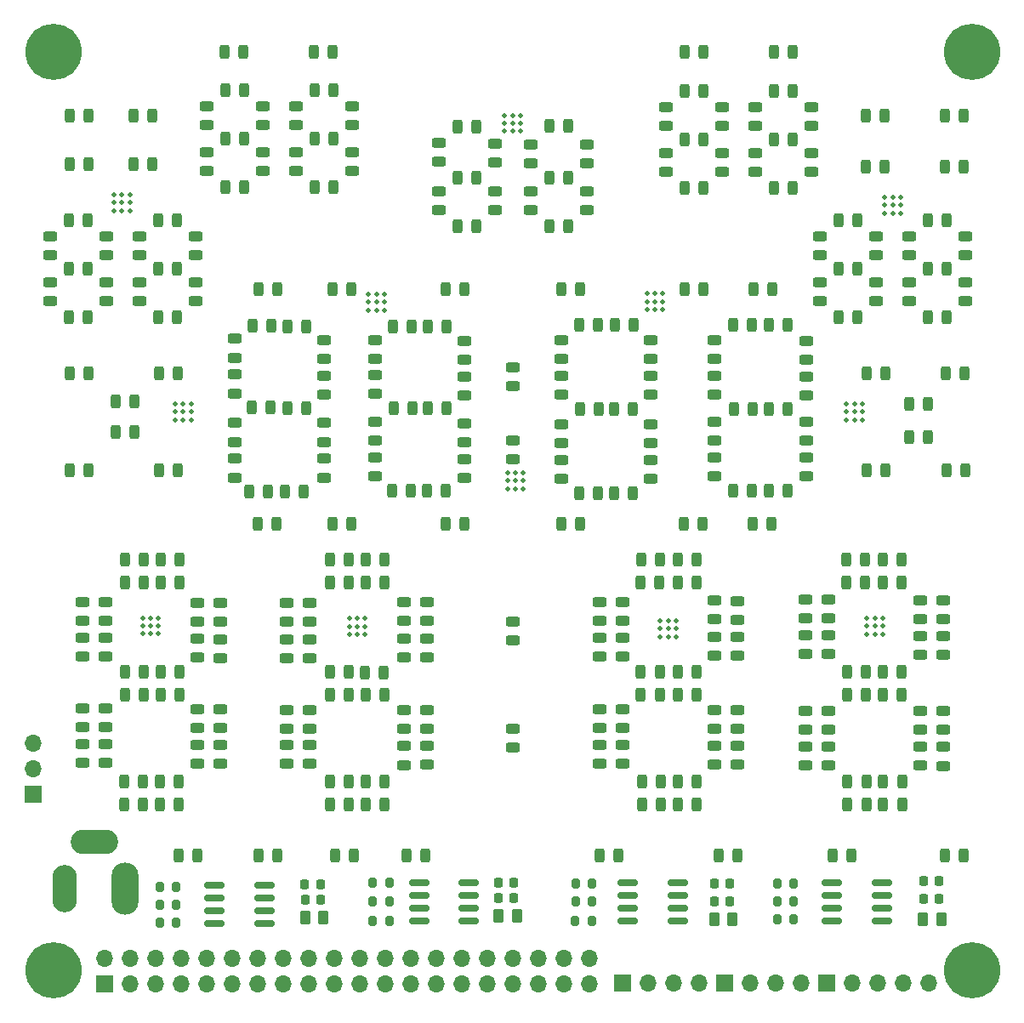
<source format=gts>
G04 #@! TF.GenerationSoftware,KiCad,Pcbnew,8.0.3*
G04 #@! TF.CreationDate,2024-07-11T15:41:43-04:00*
G04 #@! TF.ProjectId,_HW_Mini-Scoreboard,5f48575f-4d69-46e6-992d-53636f726562,v1.0*
G04 #@! TF.SameCoordinates,Original*
G04 #@! TF.FileFunction,Soldermask,Top*
G04 #@! TF.FilePolarity,Negative*
%FSLAX46Y46*%
G04 Gerber Fmt 4.6, Leading zero omitted, Abs format (unit mm)*
G04 Created by KiCad (PCBNEW 8.0.3) date 2024-07-11 15:41:43*
%MOMM*%
%LPD*%
G01*
G04 APERTURE LIST*
G04 Aperture macros list*
%AMRoundRect*
0 Rectangle with rounded corners*
0 $1 Rounding radius*
0 $2 $3 $4 $5 $6 $7 $8 $9 X,Y pos of 4 corners*
0 Add a 4 corners polygon primitive as box body*
4,1,4,$2,$3,$4,$5,$6,$7,$8,$9,$2,$3,0*
0 Add four circle primitives for the rounded corners*
1,1,$1+$1,$2,$3*
1,1,$1+$1,$4,$5*
1,1,$1+$1,$6,$7*
1,1,$1+$1,$8,$9*
0 Add four rect primitives between the rounded corners*
20,1,$1+$1,$2,$3,$4,$5,0*
20,1,$1+$1,$4,$5,$6,$7,0*
20,1,$1+$1,$6,$7,$8,$9,0*
20,1,$1+$1,$8,$9,$2,$3,0*%
G04 Aperture macros list end*
%ADD10RoundRect,0.243750X-0.243750X-0.456250X0.243750X-0.456250X0.243750X0.456250X-0.243750X0.456250X0*%
%ADD11RoundRect,0.243750X-0.456250X0.243750X-0.456250X-0.243750X0.456250X-0.243750X0.456250X0.243750X0*%
%ADD12RoundRect,0.200000X-0.200000X-0.275000X0.200000X-0.275000X0.200000X0.275000X-0.200000X0.275000X0*%
%ADD13RoundRect,0.150000X-0.825000X-0.150000X0.825000X-0.150000X0.825000X0.150000X-0.825000X0.150000X0*%
%ADD14RoundRect,0.250000X0.262500X0.450000X-0.262500X0.450000X-0.262500X-0.450000X0.262500X-0.450000X0*%
%ADD15R,1.700000X1.700000*%
%ADD16O,1.700000X1.700000*%
%ADD17RoundRect,0.225000X-0.225000X-0.250000X0.225000X-0.250000X0.225000X0.250000X-0.225000X0.250000X0*%
%ADD18C,3.600000*%
%ADD19C,5.600000*%
%ADD20C,0.508000*%
%ADD21O,2.704000X5.204000*%
%ADD22O,2.454000X4.704000*%
%ADD23O,4.704000X2.454000*%
G04 APERTURE END LIST*
D10*
X209864000Y-228854000D03*
X211739000Y-228854000D03*
D11*
X148844000Y-193137002D03*
X148844000Y-195012004D03*
D10*
X202516500Y-160098499D03*
X204391500Y-160098499D03*
X183212500Y-191770000D03*
X185087500Y-191770000D03*
D11*
X169164000Y-165275501D03*
X169164000Y-167150503D03*
X190246000Y-196850000D03*
X190246000Y-198725002D03*
D10*
X209864000Y-231140000D03*
X211739000Y-231140000D03*
D11*
X151638000Y-161622499D03*
X151638000Y-163497501D03*
X217073000Y-225376499D03*
X217073000Y-227251501D03*
D10*
X147906500Y-169672000D03*
X149781500Y-169672000D03*
X202516500Y-169750499D03*
X204391500Y-169750499D03*
X158320500Y-209042000D03*
X160195500Y-209042000D03*
D11*
X217073000Y-221820499D03*
X217073000Y-223695501D03*
D10*
X165940500Y-236220000D03*
X167815500Y-236220000D03*
D12*
X182817000Y-240792000D03*
X184467000Y-240792000D03*
D11*
X190246000Y-193294000D03*
X190246000Y-195169002D03*
D12*
X182752000Y-242697000D03*
X184402000Y-242697000D03*
D10*
X171020500Y-173579002D03*
X172895500Y-173579002D03*
X202008500Y-183404000D03*
X203883500Y-183404000D03*
D13*
X188025000Y-238887000D03*
X188025000Y-240157000D03*
X188025000Y-241427000D03*
X188025000Y-242697000D03*
X192975000Y-242697000D03*
X192975000Y-241427000D03*
X192975000Y-240157000D03*
X192975000Y-238887000D03*
D12*
X202883000Y-240792000D03*
X204533000Y-240792000D03*
D10*
X141302500Y-197866000D03*
X143177500Y-197866000D03*
D11*
X154002500Y-225200998D03*
X154002500Y-227076000D03*
D10*
X192943000Y-217932000D03*
X194818000Y-217932000D03*
X150622000Y-183485002D03*
X152497000Y-183485002D03*
D12*
X202883000Y-242570000D03*
X204533000Y-242570000D03*
D10*
X217835000Y-177800000D03*
X219710000Y-177800000D03*
D11*
X133682500Y-210976998D03*
X133682500Y-212852000D03*
D10*
X132334000Y-182626000D03*
X134209000Y-182626000D03*
D11*
X196596000Y-196596000D03*
X196596000Y-198471002D03*
D10*
X180164500Y-173560499D03*
X182039500Y-173560499D03*
D11*
X212676500Y-174576499D03*
X212676500Y-176451501D03*
X196596000Y-184912000D03*
X196596000Y-186787002D03*
X167972500Y-225298000D03*
X167972500Y-227173002D03*
X187452000Y-221644998D03*
X187452000Y-223520000D03*
D10*
X193548000Y-203200000D03*
X195423002Y-203200000D03*
D11*
X178308000Y-165432499D03*
X178308000Y-167307501D03*
X145112500Y-214630000D03*
X145112500Y-216505002D03*
D10*
X181356000Y-203200000D03*
X183231002Y-203200000D03*
X137903500Y-217932000D03*
X139778500Y-217932000D03*
X141459500Y-217932000D03*
X143334500Y-217932000D03*
X132412500Y-197866000D03*
X134287500Y-197866000D03*
D11*
X157734000Y-184912000D03*
X157734000Y-186787002D03*
D10*
X171020500Y-163673002D03*
X172895500Y-163673002D03*
X202516500Y-164924499D03*
X204391500Y-164924499D03*
D11*
X156288500Y-225200998D03*
X156288500Y-227076000D03*
X165686500Y-210976998D03*
X165686500Y-212852000D03*
X171704000Y-196752998D03*
X171704000Y-198628000D03*
D12*
X162600500Y-238887000D03*
X164250500Y-238887000D03*
D11*
X162814000Y-196596000D03*
X162814000Y-198471002D03*
X205740000Y-196596000D03*
X205740000Y-198471002D03*
D10*
X213341500Y-217932000D03*
X215216500Y-217932000D03*
D11*
X154940000Y-166194499D03*
X154940000Y-168069501D03*
X185166000Y-225200998D03*
X185166000Y-227076000D03*
X176530000Y-187608998D03*
X176530000Y-189484000D03*
D10*
X154099500Y-183493002D03*
X155974500Y-183493002D03*
X141459500Y-206756000D03*
X143334500Y-206756000D03*
X141381000Y-231140000D03*
X143256000Y-231140000D03*
X156796500Y-164846000D03*
X158671500Y-164846000D03*
D11*
X196596000Y-221742000D03*
X196596000Y-223617002D03*
X200660000Y-166272998D03*
X200660000Y-168148000D03*
X196596000Y-210820000D03*
X196596000Y-212695002D03*
X198882000Y-221742000D03*
X198882000Y-223617002D03*
X156288500Y-221742000D03*
X156288500Y-223617002D03*
D10*
X189290000Y-217908000D03*
X191165000Y-217908000D03*
D11*
X144955500Y-179148499D03*
X144955500Y-181023501D03*
X162814000Y-184912000D03*
X162814000Y-186787002D03*
D10*
X167972500Y-199898000D03*
X169847500Y-199898000D03*
D11*
X130477500Y-174576499D03*
X130477500Y-176451501D03*
D10*
X151208500Y-236220000D03*
X153083500Y-236220000D03*
D11*
X196596000Y-225298000D03*
X196596000Y-227173002D03*
D10*
X192943000Y-206756000D03*
X194818000Y-206756000D03*
X192943000Y-209042000D03*
X194818000Y-209042000D03*
D14*
X176934500Y-242189000D03*
X175109500Y-242189000D03*
D10*
X186593000Y-200152000D03*
X188468000Y-200152000D03*
D11*
X157734000Y-196693002D03*
X157734000Y-198568004D03*
D10*
X183134000Y-183388000D03*
X185009000Y-183388000D03*
X158574499Y-203200000D03*
X160449501Y-203200000D03*
X168051000Y-191691501D03*
X169926000Y-191691501D03*
X150271000Y-199995002D03*
X152146000Y-199995002D03*
D11*
X139367500Y-179148499D03*
X139367500Y-181023501D03*
D10*
X213420000Y-231140000D03*
X215295000Y-231140000D03*
D11*
X200660000Y-161700998D03*
X200660000Y-163576000D03*
X176530000Y-194896499D03*
X176530000Y-196771501D03*
D10*
X156796500Y-160020000D03*
X158671500Y-160020000D03*
X137903500Y-209026000D03*
X139778500Y-209026000D03*
X219534500Y-167640000D03*
X221409500Y-167640000D03*
D11*
X207088500Y-179148499D03*
X207088500Y-181023501D03*
X135968500Y-214532998D03*
X135968500Y-216408000D03*
X145112500Y-221644998D03*
X145112500Y-223520000D03*
X154002500Y-221742000D03*
X154002500Y-223617002D03*
D10*
X147906500Y-164846000D03*
X149781500Y-164846000D03*
X213341500Y-220218000D03*
X215216500Y-220218000D03*
D11*
X215978500Y-179148499D03*
X215978500Y-181023501D03*
D10*
X208945000Y-172974000D03*
X210820000Y-172974000D03*
X161876500Y-220218000D03*
X163751500Y-220218000D03*
X215978500Y-194564000D03*
X217853500Y-194564000D03*
D11*
X185166000Y-214532998D03*
X185166000Y-216408000D03*
D10*
X186690000Y-183388000D03*
X188565000Y-183388000D03*
D11*
X176530000Y-223598499D03*
X176530000Y-225473501D03*
X160528000Y-166194499D03*
X160528000Y-168069501D03*
D10*
X209785500Y-217932000D03*
X211660500Y-217932000D03*
D11*
X205643000Y-214278998D03*
X205643000Y-216154000D03*
D10*
X141381000Y-228854000D03*
X143256000Y-228854000D03*
D11*
X147398500Y-221644998D03*
X147398500Y-223520000D03*
D10*
X138762500Y-162560000D03*
X140637500Y-162560000D03*
D11*
X219359000Y-210820000D03*
X219359000Y-212695002D03*
X167972500Y-214630000D03*
X167972500Y-216505002D03*
X205740000Y-193040000D03*
X205740000Y-194915002D03*
D15*
X128778000Y-230124000D03*
D16*
X128778000Y-227584000D03*
X128778000Y-225044001D03*
D11*
X154002500Y-211074000D03*
X154002500Y-212949002D03*
D10*
X219710000Y-197866000D03*
X221585000Y-197866000D03*
D17*
X175096500Y-238887000D03*
X176646500Y-238887000D03*
D11*
X212676500Y-179148499D03*
X212676500Y-181023501D03*
X181356000Y-184912000D03*
X181356000Y-186787002D03*
X198882000Y-225298000D03*
X198882000Y-227173002D03*
D12*
X182817000Y-239014000D03*
X184467000Y-239014000D03*
D10*
X180164500Y-163576000D03*
X182039500Y-163576000D03*
D13*
X208345000Y-238887000D03*
X208345000Y-240157000D03*
X208345000Y-241427000D03*
X208345000Y-242697000D03*
X213295000Y-242697000D03*
X213295000Y-241427000D03*
X213295000Y-240157000D03*
X213295000Y-238887000D03*
D10*
X200484500Y-179832000D03*
X202359500Y-179832000D03*
X164495000Y-199898000D03*
X166370000Y-199898000D03*
X158320500Y-220218000D03*
X160195500Y-220218000D03*
X132412500Y-167386000D03*
X134287500Y-167386000D03*
D11*
X181356000Y-193294000D03*
X181356000Y-195169002D03*
X198882000Y-214454499D03*
X198882000Y-216329501D03*
X196596000Y-193040000D03*
X196596000Y-194915002D03*
X130477500Y-179148499D03*
X130477500Y-181023501D03*
X205643000Y-225376499D03*
X205643000Y-227251501D03*
D10*
X185166000Y-236220000D03*
X187041000Y-236220000D03*
X198531000Y-191770000D03*
X200406000Y-191770000D03*
D11*
X207929000Y-225376499D03*
X207929000Y-227251501D03*
X154940000Y-161622499D03*
X154940000Y-163497501D03*
D10*
X141459500Y-209026000D03*
X143334500Y-209026000D03*
D11*
X221566500Y-179148499D03*
X221566500Y-181023501D03*
D10*
X197007000Y-236220000D03*
X198882000Y-236220000D03*
X200406000Y-203200000D03*
X202281002Y-203200000D03*
D13*
X167235500Y-238887000D03*
X167235500Y-240157000D03*
X167235500Y-241427000D03*
X167235500Y-242697000D03*
X172185500Y-242697000D03*
X172185500Y-241427000D03*
X172185500Y-240157000D03*
X172185500Y-238887000D03*
D10*
X171020500Y-168753002D03*
X172895500Y-168753002D03*
X137825000Y-231140000D03*
X139700000Y-231140000D03*
X161876500Y-209042000D03*
X163751500Y-209042000D03*
X136984500Y-194056000D03*
X138859500Y-194056000D03*
D11*
X162814000Y-193040000D03*
X162814000Y-194915002D03*
D10*
X168069500Y-183563501D03*
X169944500Y-183563501D03*
X147906500Y-160020000D03*
X149781500Y-160020000D03*
D18*
X222250000Y-156210000D03*
D19*
X222250000Y-156210000D03*
D11*
X133685206Y-221560894D03*
X133685206Y-223435896D03*
X196596000Y-214454499D03*
X196596000Y-216329501D03*
X139367500Y-174576499D03*
X139367500Y-176451501D03*
X148844000Y-196693002D03*
X148844000Y-198568004D03*
X196596000Y-188467999D03*
X196596000Y-190343001D03*
X207088500Y-174576499D03*
X207088500Y-176451501D03*
D10*
X137903500Y-220218000D03*
X139778500Y-220218000D03*
D17*
X196596000Y-240792000D03*
X198146000Y-240792000D03*
D11*
X145112500Y-211074000D03*
X145112500Y-212949002D03*
X165686500Y-214630000D03*
X165686500Y-216505002D03*
D10*
X151208500Y-179832000D03*
X153083500Y-179832000D03*
X189308500Y-206756000D03*
X191183500Y-206756000D03*
D11*
X133682500Y-225122499D03*
X133682500Y-226997501D03*
X144955500Y-174576499D03*
X144955500Y-176451501D03*
X217073000Y-214376000D03*
X217073000Y-216251002D03*
D10*
X141223999Y-172974000D03*
X143099001Y-172974000D03*
D17*
X196596000Y-239014000D03*
X198146000Y-239014000D03*
D11*
X136065500Y-174576499D03*
X136065500Y-176451501D03*
X205740000Y-184990499D03*
X205740000Y-186865501D03*
D10*
X186593000Y-191770000D03*
X188468000Y-191770000D03*
X193626500Y-164924499D03*
X195501500Y-164924499D03*
X158320500Y-217932000D03*
X160195500Y-217932000D03*
D11*
X217073000Y-210820000D03*
X217073000Y-212695002D03*
D10*
X158320500Y-228854000D03*
X160195500Y-228854000D03*
X198452500Y-183388000D03*
X200327500Y-183388000D03*
D12*
X141409000Y-242890000D03*
X143059000Y-242890000D03*
D11*
X171704000Y-188546499D03*
X171704000Y-190421501D03*
X207929000Y-210722998D03*
X207929000Y-212598000D03*
X151638000Y-166194499D03*
X151638000Y-168069501D03*
D10*
X156796500Y-169672000D03*
X158671500Y-169672000D03*
D11*
X207929000Y-214278998D03*
X207929000Y-216154000D03*
D10*
X161876500Y-228870000D03*
X163751500Y-228870000D03*
D11*
X146050000Y-161622499D03*
X146050000Y-163497501D03*
D10*
X211660500Y-162560000D03*
X213535500Y-162560000D03*
D18*
X130810000Y-247650000D03*
D19*
X130810000Y-247650000D03*
D10*
X215978500Y-191262000D03*
X217853500Y-191262000D03*
D11*
X206248000Y-166272998D03*
X206248000Y-168148000D03*
X219359000Y-221820499D03*
X219359000Y-223695501D03*
X205643000Y-210722998D03*
X205643000Y-212598000D03*
X176530000Y-212930499D03*
X176530000Y-214805501D03*
X215978500Y-174576499D03*
X215978500Y-176451501D03*
D10*
X137825000Y-228854000D03*
X139700000Y-228854000D03*
X192943000Y-228854000D03*
X194818000Y-228854000D03*
X136984500Y-191008000D03*
X138859500Y-191008000D03*
D11*
X185166000Y-210976998D03*
X185166000Y-212852000D03*
D10*
X217835000Y-172974000D03*
X219710000Y-172974000D03*
X193626500Y-156210000D03*
X195501500Y-156210000D03*
X161876500Y-231140000D03*
X163751500Y-231140000D03*
D11*
X160528000Y-161622499D03*
X160528000Y-163497501D03*
D10*
X132333999Y-172974000D03*
X134209001Y-172974000D03*
X211739000Y-197866000D03*
X213614000Y-197866000D03*
D11*
X197358000Y-161700998D03*
X197358000Y-163576000D03*
D10*
X181356000Y-179832000D03*
X183231000Y-179832000D03*
D11*
X133682500Y-214532998D03*
X133682500Y-216408000D03*
X178308000Y-170082998D03*
X178308000Y-171958000D03*
D10*
X141224000Y-182626000D03*
X143099000Y-182626000D03*
D11*
X135968500Y-225122499D03*
X135968500Y-226997501D03*
D10*
X132334000Y-177800000D03*
X134209000Y-177800000D03*
D11*
X171704000Y-184990499D03*
X171704000Y-186865501D03*
X135973594Y-221560894D03*
X135973594Y-223435896D03*
X148844000Y-184755002D03*
X148844000Y-186630004D03*
D10*
X219534500Y-162560000D03*
X221409500Y-162560000D03*
X208358500Y-236220000D03*
X210233500Y-236220000D03*
X183134000Y-200152000D03*
X185009000Y-200152000D03*
D14*
X219202000Y-242570000D03*
X217377000Y-242570000D03*
D10*
X192943000Y-220194000D03*
X194818000Y-220194000D03*
X164592000Y-183563501D03*
X166467000Y-183563501D03*
D11*
X205643000Y-221820499D03*
X205643000Y-223695501D03*
D10*
X161876500Y-206756000D03*
X163751500Y-206756000D03*
X189387000Y-228854000D03*
X191262000Y-228854000D03*
D14*
X157687500Y-242382000D03*
X155862500Y-242382000D03*
D10*
X158320500Y-206756000D03*
X160195500Y-206756000D03*
D18*
X222250000Y-247650000D03*
D19*
X222250000Y-247650000D03*
D11*
X147398500Y-211074000D03*
X147398500Y-212949002D03*
X157734000Y-188468000D03*
X157734000Y-190343002D03*
X136065500Y-179148499D03*
X136065500Y-181023501D03*
X221566500Y-174576499D03*
X221566500Y-176451501D03*
X148844000Y-188311002D03*
X148844000Y-190186004D03*
D10*
X192943000Y-231140000D03*
X194818000Y-231140000D03*
D11*
X190246000Y-184912000D03*
X190246000Y-186787002D03*
D10*
X209707000Y-209042000D03*
X211582000Y-209042000D03*
D11*
X156288500Y-211074000D03*
X156288500Y-212949002D03*
X207929000Y-221820499D03*
X207929000Y-223695501D03*
D12*
X141409000Y-239334000D03*
X143059000Y-239334000D03*
D11*
X181356000Y-188468000D03*
X181356000Y-190343002D03*
X154002500Y-214708499D03*
X154002500Y-216583501D03*
D10*
X141302500Y-188214000D03*
X143177500Y-188214000D03*
D11*
X169164000Y-170101501D03*
X169164000Y-171976503D03*
D10*
X202008500Y-199898000D03*
X203883500Y-199898000D03*
D11*
X185166000Y-221644998D03*
X185166000Y-223520000D03*
X174752000Y-165354000D03*
X174752000Y-167229002D03*
D10*
X153827000Y-199995002D03*
X155702000Y-199995002D03*
D11*
X135968500Y-210976998D03*
X135968500Y-212852000D03*
D10*
X164670500Y-191691501D03*
X166545500Y-191691501D03*
X169828998Y-203200000D03*
X171704000Y-203200000D03*
D11*
X190246000Y-188468000D03*
X190246000Y-190343002D03*
D17*
X217424000Y-240538000D03*
X218974000Y-240538000D03*
D10*
X211660500Y-167640000D03*
X213535500Y-167640000D03*
D11*
X191770000Y-166272998D03*
X191770000Y-168148000D03*
D10*
X213360000Y-209042000D03*
X215235000Y-209042000D03*
D11*
X165686500Y-221742000D03*
X165686500Y-223617002D03*
D10*
X137903500Y-206740000D03*
X139778500Y-206740000D03*
D11*
X219359000Y-225400499D03*
X219359000Y-227275501D03*
X183896000Y-170082998D03*
X183896000Y-171958000D03*
X145112500Y-225200998D03*
X145112500Y-227076000D03*
D17*
X155862500Y-240604000D03*
X157412500Y-240604000D03*
D10*
X219613000Y-188214000D03*
X221488000Y-188214000D03*
X151130000Y-203200000D03*
X153005002Y-203200000D03*
D11*
X181356000Y-196850000D03*
X181356000Y-198725002D03*
D10*
X208945000Y-177800000D03*
X210820000Y-177800000D03*
X198452500Y-199898000D03*
X200327500Y-199898000D03*
X189387000Y-231140000D03*
X191262000Y-231140000D03*
D17*
X217411000Y-238760000D03*
X218961000Y-238760000D03*
D12*
X141409000Y-241112000D03*
X143059000Y-241112000D03*
D14*
X198421000Y-242570000D03*
X196596000Y-242570000D03*
D11*
X156288500Y-214708499D03*
X156288500Y-216583501D03*
D10*
X193626500Y-169750499D03*
X195501500Y-169750499D03*
D11*
X183896000Y-165432499D03*
X183896000Y-167307501D03*
D10*
X193626500Y-160098499D03*
X195501500Y-160098499D03*
D11*
X171704000Y-193196998D03*
X171704000Y-195072000D03*
D10*
X161798000Y-217956000D03*
X163673000Y-217956000D03*
X219534500Y-236220000D03*
X221409500Y-236220000D03*
D11*
X165686500Y-225314000D03*
X165686500Y-227189002D03*
D10*
X132412500Y-188214000D03*
X134287500Y-188214000D03*
D12*
X162600500Y-242697000D03*
X164250500Y-242697000D03*
D11*
X157734000Y-193137002D03*
X157734000Y-195012004D03*
X167972500Y-210976998D03*
X167972500Y-212852000D03*
X187452000Y-225200998D03*
X187452000Y-227076000D03*
X197358000Y-166272998D03*
X197358000Y-168148000D03*
X147398500Y-225200998D03*
X147398500Y-227076000D03*
D10*
X154081000Y-191621002D03*
X155956000Y-191621002D03*
D11*
X146050000Y-166194499D03*
X146050000Y-168069501D03*
D10*
X189290000Y-220194000D03*
X191165000Y-220194000D03*
X141459500Y-220218000D03*
X143334500Y-220218000D03*
D11*
X147398500Y-214654000D03*
X147398500Y-216529002D03*
D12*
X162600500Y-240792000D03*
X164250500Y-240792000D03*
D10*
X209707000Y-206756000D03*
X211582000Y-206756000D03*
D11*
X167972500Y-221742000D03*
X167972500Y-223617002D03*
X205740000Y-188546499D03*
X205740000Y-190421501D03*
D10*
X158320500Y-231140000D03*
X160195500Y-231140000D03*
D17*
X155849500Y-239080000D03*
X157399500Y-239080000D03*
D12*
X202883000Y-239014000D03*
X204533000Y-239014000D03*
D11*
X162814000Y-188389501D03*
X162814000Y-190264503D03*
X174752000Y-170101501D03*
X174752000Y-171976503D03*
D10*
X208945000Y-182626000D03*
X210820000Y-182626000D03*
D11*
X187452000Y-214532998D03*
X187452000Y-216408000D03*
D10*
X156718000Y-156210000D03*
X158593000Y-156210000D03*
X141224000Y-177800000D03*
X143099000Y-177800000D03*
D18*
X130810000Y-156210000D03*
D19*
X130810000Y-156210000D03*
D10*
X147828000Y-156210000D03*
X149703000Y-156210000D03*
D11*
X206248000Y-161700998D03*
X206248000Y-163576000D03*
D10*
X132412500Y-162560000D03*
X134287500Y-162560000D03*
X189230000Y-209042000D03*
X191105000Y-209042000D03*
X158574499Y-179832000D03*
X160449501Y-179832000D03*
X169829000Y-179832000D03*
X171704000Y-179832000D03*
D17*
X175096500Y-240411000D03*
X176646500Y-240411000D03*
D11*
X198882000Y-210898499D03*
X198882000Y-212773501D03*
X191770000Y-161700998D03*
X191770000Y-163576000D03*
D10*
X180164500Y-168734499D03*
X182039500Y-168734499D03*
X211739000Y-188214000D03*
X213614000Y-188214000D03*
D13*
X146877000Y-239141000D03*
X146877000Y-240411000D03*
X146877000Y-241681000D03*
X146877000Y-242951000D03*
X151827000Y-242951000D03*
X151827000Y-241681000D03*
X151827000Y-240411000D03*
X151827000Y-239141000D03*
D10*
X193626500Y-179832000D03*
X195501500Y-179832000D03*
D11*
X219359000Y-214376000D03*
X219359000Y-216251002D03*
D10*
X213360000Y-206772000D03*
X215235000Y-206772000D03*
D11*
X187452000Y-210976998D03*
X187452000Y-212852000D03*
D10*
X217835000Y-182626000D03*
X219710000Y-182626000D03*
X138762500Y-167386000D03*
X140637500Y-167386000D03*
X158828500Y-236220000D03*
X160703500Y-236220000D03*
X202008500Y-191770000D03*
X203883500Y-191770000D03*
X143256000Y-236220000D03*
X145131000Y-236220000D03*
X202516500Y-156210000D03*
X204391500Y-156210000D03*
X150525000Y-191613002D03*
X152400000Y-191613002D03*
X209785500Y-220218000D03*
X211660500Y-220218000D03*
X213420000Y-228854000D03*
X215295000Y-228854000D03*
D20*
X213385400Y-214147400D03*
X213385400Y-213360000D03*
X213385400Y-212572600D03*
X212598000Y-214147400D03*
X212598000Y-213360000D03*
X212598000Y-212572600D03*
X211810600Y-214147400D03*
X211810600Y-213360000D03*
X211810600Y-212572600D03*
X144526000Y-192811400D03*
X144526000Y-192024000D03*
X144526000Y-191236600D03*
X143738600Y-192811400D03*
X143738600Y-192024000D03*
X143738600Y-191236600D03*
X142951200Y-192811400D03*
X142951200Y-192024000D03*
X142951200Y-191236600D03*
X191465115Y-181832400D03*
X191465115Y-181045000D03*
X191465115Y-180257600D03*
X190677715Y-181832400D03*
X190677715Y-181045000D03*
X190677715Y-180257600D03*
X189890315Y-181832400D03*
X189890315Y-181045000D03*
X189890315Y-180257600D03*
D15*
X135950000Y-248960000D03*
D16*
X135950000Y-246420000D03*
X138490000Y-248960000D03*
X138490000Y-246420000D03*
X141029999Y-248960000D03*
X141030000Y-246420000D03*
X143570000Y-248960000D03*
X143570000Y-246420000D03*
X146110000Y-248960000D03*
X146110000Y-246420000D03*
X148650000Y-248960000D03*
X148650000Y-246420000D03*
X151190000Y-248960000D03*
X151190000Y-246420000D03*
X153730001Y-248960000D03*
X153730000Y-246420000D03*
X156270000Y-248960000D03*
X156270000Y-246420000D03*
X158810000Y-248960000D03*
X158810000Y-246420000D03*
X161350000Y-248960000D03*
X161350000Y-246420000D03*
X163889999Y-248960000D03*
X163890000Y-246420000D03*
X166430000Y-248960000D03*
X166430000Y-246420000D03*
X168970000Y-248960000D03*
X168970000Y-246420000D03*
X171510000Y-248960000D03*
X171510000Y-246420000D03*
X174049999Y-248960000D03*
X174050000Y-246420000D03*
X176590001Y-248960000D03*
X176590000Y-246420000D03*
X179130000Y-248960000D03*
X179130000Y-246420000D03*
X181670000Y-248960000D03*
X181670000Y-246420000D03*
X184210000Y-248960000D03*
X184210000Y-246420000D03*
D15*
X207772000Y-248920000D03*
D16*
X210312000Y-248920000D03*
X212851999Y-248920000D03*
X215392000Y-248920000D03*
X217932000Y-248920000D03*
D20*
X163773400Y-181889400D03*
X163773400Y-181102000D03*
X163773400Y-180314600D03*
X162986000Y-181889400D03*
X162986000Y-181102000D03*
X162986000Y-180314600D03*
X162198600Y-181889400D03*
X162198600Y-181102000D03*
X162198600Y-180314600D03*
X138430000Y-171983400D03*
X138430000Y-171196000D03*
X138430000Y-170408600D03*
X137642600Y-171983400D03*
X137642600Y-171196000D03*
X137642600Y-170408600D03*
X136855200Y-171983400D03*
X136855200Y-171196000D03*
X136855200Y-170408600D03*
D15*
X197612000Y-248920000D03*
D16*
X200152000Y-248920000D03*
X202691999Y-248920000D03*
X205232000Y-248920000D03*
D21*
X137922000Y-239522000D03*
D22*
X131922000Y-239522000D03*
D23*
X134922000Y-234822000D03*
D20*
X215163400Y-172237400D03*
X215163400Y-171450000D03*
X215163400Y-170662600D03*
X214376000Y-172237400D03*
X214376000Y-171450000D03*
X214376000Y-170662600D03*
X213588600Y-172237400D03*
X213588600Y-171450000D03*
X213588600Y-170662600D03*
X177596800Y-199669400D03*
X177596800Y-198882000D03*
X177596800Y-198094600D03*
X176809400Y-199669400D03*
X176809400Y-198882000D03*
X176809400Y-198094600D03*
X176022000Y-199669400D03*
X176022000Y-198882000D03*
X176022000Y-198094600D03*
D15*
X187442000Y-248920000D03*
D16*
X189982000Y-248920000D03*
X192521999Y-248920000D03*
X195062000Y-248920000D03*
D20*
X141274800Y-214122000D03*
X141274800Y-213334600D03*
X141274800Y-212547200D03*
X140487400Y-214122000D03*
X140487400Y-213334600D03*
X140487400Y-212547200D03*
X139700000Y-214122000D03*
X139700000Y-213334600D03*
X139700000Y-212547200D03*
X161848800Y-214172800D03*
X161848800Y-213385400D03*
X161848800Y-212598000D03*
X161061400Y-214172800D03*
X161061400Y-213385400D03*
X161061400Y-212598000D03*
X160274000Y-214172800D03*
X160274000Y-213385400D03*
X160274000Y-212598000D03*
X211353400Y-192811400D03*
X211353400Y-192024000D03*
X211353400Y-191236600D03*
X210566000Y-192811400D03*
X210566000Y-192024000D03*
X210566000Y-191236600D03*
X209778600Y-192811400D03*
X209778600Y-192024000D03*
X209778600Y-191236600D03*
X192811400Y-214401400D03*
X192811400Y-213614000D03*
X192811400Y-212826600D03*
X192024000Y-214401400D03*
X192024000Y-213614000D03*
X192024000Y-212826600D03*
X191236600Y-214401400D03*
X191236600Y-213614000D03*
X191236600Y-212826600D03*
X177317400Y-164084000D03*
X177317400Y-163296600D03*
X177317400Y-162509200D03*
X176530000Y-164084000D03*
X176530000Y-163296600D03*
X176530000Y-162509200D03*
X175742600Y-164084000D03*
X175742600Y-163296600D03*
X175742600Y-162509200D03*
M02*

</source>
